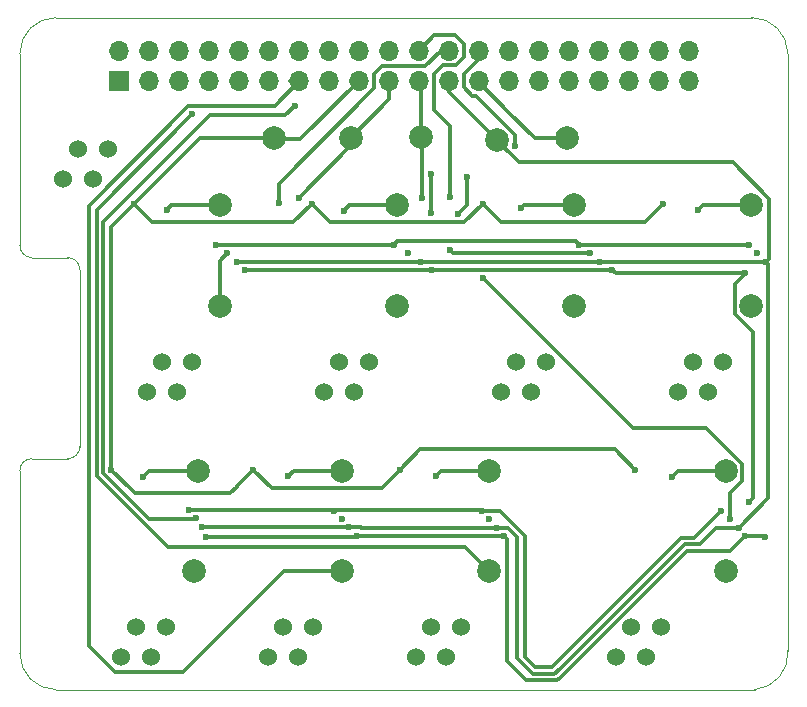
<source format=gbl>
%TF.GenerationSoftware,KiCad,Pcbnew,(5.1.10)-1*%
%TF.CreationDate,2021-10-18T20:40:58-05:00*%
%TF.ProjectId,Pt100Hat,50743130-3048-4617-942e-6b696361645f,1*%
%TF.SameCoordinates,Original*%
%TF.FileFunction,Copper,L2,Bot*%
%TF.FilePolarity,Positive*%
%FSLAX46Y46*%
G04 Gerber Fmt 4.6, Leading zero omitted, Abs format (unit mm)*
G04 Created by KiCad (PCBNEW (5.1.10)-1) date 2021-10-18 20:40:58*
%MOMM*%
%LPD*%
G01*
G04 APERTURE LIST*
%TA.AperFunction,Profile*%
%ADD10C,0.100000*%
%TD*%
%TA.AperFunction,ComponentPad*%
%ADD11C,1.524000*%
%TD*%
%TA.AperFunction,ComponentPad*%
%ADD12R,1.700000X1.700000*%
%TD*%
%TA.AperFunction,ComponentPad*%
%ADD13O,1.700000X1.700000*%
%TD*%
%TA.AperFunction,ComponentPad*%
%ADD14C,2.000000*%
%TD*%
%TA.AperFunction,ViaPad*%
%ADD15C,0.600000*%
%TD*%
%TA.AperFunction,Conductor*%
%ADD16C,0.300000*%
%TD*%
G04 APERTURE END LIST*
D10*
X104800400Y-129997200D02*
X163982400Y-129997200D01*
X163728400Y-73101200D02*
X104800400Y-73101200D01*
X166776400Y-76149200D02*
G75*
G03*
X163728400Y-73101200I-3048000J0D01*
G01*
X101752400Y-111455200D02*
X101752400Y-126949200D01*
X102768400Y-110439200D02*
X105816400Y-110439200D01*
X106832400Y-94437200D02*
X106832400Y-109423200D01*
X102768400Y-93421200D02*
X105816400Y-93421200D01*
X101752400Y-76149200D02*
X101752400Y-92405200D01*
X104800400Y-73101200D02*
G75*
G03*
X101752400Y-76149200I0J-3048000D01*
G01*
X166776400Y-126695200D02*
X166776400Y-76149200D01*
X106832400Y-94437200D02*
G75*
G03*
X105816400Y-93421200I-1016000J0D01*
G01*
X105816400Y-110439200D02*
G75*
G03*
X106832400Y-109423200I0J1016000D01*
G01*
X102768400Y-110439200D02*
G75*
G03*
X101752400Y-111455200I0J-1016000D01*
G01*
X101752400Y-92405200D02*
G75*
G03*
X102768400Y-93421200I1016000J0D01*
G01*
X101752400Y-126949200D02*
G75*
G03*
X104800400Y-129997200I3048000J0D01*
G01*
X163982400Y-129997200D02*
G75*
G03*
X166776400Y-126695200I-254000J3048000D01*
G01*
D11*
%TO.P,J4,1*%
%TO.N,Net-(J4-Pad1)*%
X112495000Y-104770000D03*
%TO.P,J4,2*%
%TO.N,Net-(C11-Pad2)*%
X113765000Y-102230000D03*
%TO.P,J4,3*%
%TO.N,Net-(C11-Pad1)*%
X115035000Y-104770000D03*
%TO.P,J4,4*%
%TO.N,Net-(J4-Pad4)*%
X116305000Y-102230000D03*
%TD*%
D12*
%TO.P,J1,1*%
%TO.N,Net-(J1-Pad1)*%
X110134000Y-78435200D03*
D13*
%TO.P,J1,2*%
%TO.N,Net-(J1-Pad2)*%
X110134000Y-75895200D03*
%TO.P,J1,3*%
%TO.N,Net-(J1-Pad3)*%
X112674000Y-78435200D03*
%TO.P,J1,4*%
%TO.N,Net-(J1-Pad4)*%
X112674000Y-75895200D03*
%TO.P,J1,5*%
%TO.N,Net-(J1-Pad5)*%
X115214000Y-78435200D03*
%TO.P,J1,6*%
%TO.N,Net-(J1-Pad6)*%
X115214000Y-75895200D03*
%TO.P,J1,7*%
%TO.N,Net-(J1-Pad7)*%
X117754000Y-78435200D03*
%TO.P,J1,8*%
%TO.N,Net-(J1-Pad8)*%
X117754000Y-75895200D03*
%TO.P,J1,9*%
%TO.N,Net-(J1-Pad9)*%
X120294000Y-78435200D03*
%TO.P,J1,10*%
%TO.N,Net-(J1-Pad10)*%
X120294000Y-75895200D03*
%TO.P,J1,11*%
%TO.N,Net-(J1-Pad11)*%
X122834000Y-78435200D03*
%TO.P,J1,12*%
%TO.N,Net-(J1-Pad12)*%
X122834000Y-75895200D03*
%TO.P,J1,13*%
%TO.N,/CS8*%
X125374000Y-78435200D03*
%TO.P,J1,14*%
%TO.N,Net-(J1-Pad14)*%
X125374000Y-75895200D03*
%TO.P,J1,15*%
%TO.N,/CS3*%
X127914000Y-78435200D03*
%TO.P,J1,16*%
%TO.N,/CS4*%
X127914000Y-75895200D03*
%TO.P,J1,17*%
%TO.N,+3V3*%
X130454000Y-78435200D03*
%TO.P,J1,18*%
%TO.N,/CS5*%
X130454000Y-75895200D03*
%TO.P,J1,19*%
%TO.N,/MOSI*%
X132994000Y-78435200D03*
%TO.P,J1,20*%
%TO.N,Net-(J1-Pad20)*%
X132994000Y-75895200D03*
%TO.P,J1,21*%
%TO.N,/MISO*%
X135534000Y-78435200D03*
%TO.P,J1,22*%
%TO.N,/CS6*%
X135534000Y-75895200D03*
%TO.P,J1,23*%
%TO.N,/SCLK*%
X138074000Y-78435200D03*
%TO.P,J1,24*%
%TO.N,/CS1*%
X138074000Y-75895200D03*
%TO.P,J1,25*%
%TO.N,GND*%
X140614000Y-78435200D03*
%TO.P,J1,26*%
%TO.N,/CS2*%
X140614000Y-75895200D03*
%TO.P,J1,27*%
%TO.N,Net-(J1-Pad27)*%
X143154000Y-78435200D03*
%TO.P,J1,28*%
%TO.N,Net-(J1-Pad28)*%
X143154000Y-75895200D03*
%TO.P,J1,29*%
%TO.N,Net-(J1-Pad29)*%
X145694000Y-78435200D03*
%TO.P,J1,30*%
%TO.N,Net-(J1-Pad30)*%
X145694000Y-75895200D03*
%TO.P,J1,31*%
%TO.N,Net-(J1-Pad31)*%
X148234000Y-78435200D03*
%TO.P,J1,32*%
%TO.N,Net-(J1-Pad32)*%
X148234000Y-75895200D03*
%TO.P,J1,33*%
%TO.N,Net-(J1-Pad33)*%
X150774000Y-78435200D03*
%TO.P,J1,34*%
%TO.N,Net-(J1-Pad34)*%
X150774000Y-75895200D03*
%TO.P,J1,35*%
%TO.N,Net-(J1-Pad35)*%
X153314000Y-78435200D03*
%TO.P,J1,36*%
%TO.N,Net-(J1-Pad36)*%
X153314000Y-75895200D03*
%TO.P,J1,37*%
%TO.N,/CS7*%
X155854000Y-78435200D03*
%TO.P,J1,38*%
%TO.N,Net-(J1-Pad38)*%
X155854000Y-75895200D03*
%TO.P,J1,39*%
%TO.N,Net-(J1-Pad39)*%
X158394000Y-78435200D03*
%TO.P,J1,40*%
%TO.N,Net-(J1-Pad40)*%
X158394000Y-75895200D03*
%TD*%
D11*
%TO.P,J2,1*%
%TO.N,Net-(J2-Pad1)*%
X109245000Y-84251800D03*
%TO.P,J2,2*%
X107975000Y-86791800D03*
%TO.P,J2,3*%
%TO.N,Net-(J2-Pad3)*%
X106705000Y-84251800D03*
%TO.P,J2,4*%
X105435000Y-86791800D03*
%TD*%
%TO.P,J3,1*%
%TO.N,Net-(J3-Pad1)*%
X110295000Y-127270000D03*
%TO.P,J3,2*%
%TO.N,Net-(C3-Pad2)*%
X111565000Y-124730000D03*
%TO.P,J3,3*%
%TO.N,Net-(C3-Pad1)*%
X112835000Y-127270000D03*
%TO.P,J3,4*%
%TO.N,Net-(J3-Pad4)*%
X114105000Y-124730000D03*
%TD*%
%TO.P,J5,4*%
%TO.N,Net-(J5-Pad4)*%
X131305000Y-102230000D03*
%TO.P,J5,3*%
%TO.N,Net-(C12-Pad1)*%
X130035000Y-104770000D03*
%TO.P,J5,2*%
%TO.N,Net-(C12-Pad2)*%
X128765000Y-102230000D03*
%TO.P,J5,1*%
%TO.N,Net-(J5-Pad1)*%
X127495000Y-104770000D03*
%TD*%
%TO.P,J6,4*%
%TO.N,Net-(J6-Pad4)*%
X126605000Y-124730000D03*
%TO.P,J6,3*%
%TO.N,Net-(C10-Pad1)*%
X125335000Y-127270000D03*
%TO.P,J6,2*%
%TO.N,Net-(C10-Pad2)*%
X124065000Y-124730000D03*
%TO.P,J6,1*%
%TO.N,Net-(J6-Pad1)*%
X122795000Y-127270000D03*
%TD*%
%TO.P,J7,4*%
%TO.N,Net-(J7-Pad4)*%
X146305000Y-102230000D03*
%TO.P,J7,3*%
%TO.N,Net-(C17-Pad1)*%
X145035000Y-104770000D03*
%TO.P,J7,2*%
%TO.N,Net-(C17-Pad2)*%
X143765000Y-102230000D03*
%TO.P,J7,1*%
%TO.N,Net-(J7-Pad1)*%
X142495000Y-104770000D03*
%TD*%
%TO.P,J8,1*%
%TO.N,Net-(J8-Pad1)*%
X157495000Y-104770000D03*
%TO.P,J8,2*%
%TO.N,Net-(C18-Pad2)*%
X158765000Y-102230000D03*
%TO.P,J8,3*%
%TO.N,Net-(C18-Pad1)*%
X160035000Y-104770000D03*
%TO.P,J8,4*%
%TO.N,Net-(J8-Pad4)*%
X161305000Y-102230000D03*
%TD*%
%TO.P,J9,1*%
%TO.N,Net-(J9-Pad1)*%
X135295000Y-127270000D03*
%TO.P,J9,2*%
%TO.N,Net-(C23-Pad2)*%
X136565000Y-124730000D03*
%TO.P,J9,3*%
%TO.N,Net-(C23-Pad1)*%
X137835000Y-127270000D03*
%TO.P,J9,4*%
%TO.N,Net-(J9-Pad4)*%
X139105000Y-124730000D03*
%TD*%
%TO.P,J10,4*%
%TO.N,Net-(J10-Pad4)*%
X156058000Y-124730000D03*
%TO.P,J10,3*%
%TO.N,Net-(C24-Pad1)*%
X154788000Y-127270000D03*
%TO.P,J10,2*%
%TO.N,Net-(C24-Pad2)*%
X153518000Y-124730000D03*
%TO.P,J10,1*%
%TO.N,Net-(J10-Pad1)*%
X152248000Y-127270000D03*
%TD*%
D14*
%TO.P,TP1,1*%
%TO.N,+3V3*%
X123266000Y-83337400D03*
%TD*%
%TO.P,TP2,1*%
%TO.N,GND*%
X148107000Y-83337400D03*
%TD*%
%TO.P,TP3,1*%
%TO.N,/MOSI*%
X129769000Y-83261200D03*
%TD*%
%TO.P,TP4,1*%
%TO.N,/SCLK*%
X142113000Y-83489800D03*
%TD*%
%TO.P,TP5,1*%
%TO.N,/MISO*%
X135738000Y-83235800D03*
%TD*%
%TO.P,TP6,1*%
%TO.N,/CS1*%
X118700000Y-97500000D03*
%TD*%
%TO.P,TP7,1*%
%TO.N,/DRDY1*%
X118700000Y-89000000D03*
%TD*%
%TO.P,TP8,1*%
%TO.N,/CS2*%
X148700000Y-97500000D03*
%TD*%
%TO.P,TP9,1*%
%TO.N,/DRDY2*%
X148700000Y-89000000D03*
%TD*%
%TO.P,TP10,1*%
%TO.N,/CS3*%
X141500000Y-120000000D03*
%TD*%
%TO.P,TP11,1*%
%TO.N,/DRDY3*%
X141500000Y-111500000D03*
%TD*%
%TO.P,TP12,1*%
%TO.N,/CS4*%
X133700000Y-97500000D03*
%TD*%
%TO.P,TP13,1*%
%TO.N,/DRDY4*%
X133700000Y-89000000D03*
%TD*%
%TO.P,TP14,1*%
%TO.N,/CS5*%
X163700000Y-97500000D03*
%TD*%
%TO.P,TP15,1*%
%TO.N,/DRDY5*%
X163700000Y-89000000D03*
%TD*%
%TO.P,TP16,1*%
%TO.N,/CS6*%
X161500000Y-120000000D03*
%TD*%
%TO.P,TP17,1*%
%TO.N,/DRDY6*%
X161500000Y-111500000D03*
%TD*%
%TO.P,TP18,1*%
%TO.N,/CS7*%
X116500000Y-120000000D03*
%TD*%
%TO.P,TP19,1*%
%TO.N,/DRDY7*%
X116814600Y-111506000D03*
%TD*%
%TO.P,TP20,1*%
%TO.N,/CS8*%
X129000000Y-120000000D03*
%TD*%
%TO.P,TP21,1*%
%TO.N,/DRDY8*%
X129000000Y-111500000D03*
%TD*%
D15*
%TO.N,+3V3*%
X156192000Y-88867500D03*
X140926000Y-88867500D03*
X126448000Y-88867500D03*
X111437000Y-88867500D03*
X109513000Y-111368000D03*
X121525000Y-111368000D03*
X133923000Y-111368000D03*
X153808000Y-111368000D03*
%TO.N,/CS8*%
X129057000Y-115545000D03*
%TO.N,/CS3*%
X116340800Y-81285900D03*
X141443000Y-115554000D03*
%TO.N,/CS4*%
X136573700Y-89675600D03*
X134645000Y-93040200D03*
X136575800Y-86360000D03*
%TO.N,/CS5*%
X164172000Y-93054000D03*
%TO.N,/MOSI*%
X164821000Y-117069000D03*
X163474000Y-114122000D03*
X125362000Y-88353900D03*
X163188000Y-116985000D03*
X142730000Y-116985000D03*
X130295000Y-116960000D03*
X151918000Y-94462000D03*
X136608000Y-94480800D03*
X120846000Y-94480800D03*
X117551200Y-117119400D03*
X163169600Y-94742000D03*
%TO.N,/MISO*%
X135763000Y-88341200D03*
X161129000Y-114850000D03*
X140903000Y-114850000D03*
X128388000Y-114850000D03*
X116118000Y-114768000D03*
X163479000Y-92350000D03*
X149128000Y-92350000D03*
X133405000Y-92350000D03*
X118394000Y-92350000D03*
%TO.N,/CS6*%
X138140200Y-88313900D03*
X140982200Y-95182200D03*
X161900000Y-115570000D03*
%TO.N,/SCLK*%
X162611000Y-116281000D03*
X142138000Y-116281000D03*
X129642000Y-116256000D03*
X117170000Y-116205000D03*
X164922000Y-93802200D03*
X150869000Y-93758000D03*
X135712000Y-93776800D03*
X120117000Y-93776800D03*
%TO.N,/CS1*%
X123662900Y-88838500D03*
X119304000Y-93065600D03*
%TO.N,/CS2*%
X143699900Y-83996700D03*
X139606800Y-86589600D03*
X138864000Y-89695400D03*
X138136200Y-92757000D03*
X149999000Y-93054000D03*
%TO.N,/CS7*%
X116684000Y-115472000D03*
X125039650Y-80564250D03*
%TO.N,/DRDY1*%
X114200000Y-89358800D03*
%TO.N,/DRDY2*%
X144221000Y-89230200D03*
%TO.N,/DRDY3*%
X137000000Y-111945000D03*
%TO.N,/DRDY4*%
X129200000Y-89449000D03*
%TO.N,/DRDY5*%
X159200000Y-89415200D03*
%TO.N,/DRDY6*%
X157000000Y-111966000D03*
%TO.N,/DRDY7*%
X112217000Y-111963000D03*
%TO.N,/DRDY8*%
X124500000Y-111949000D03*
%TD*%
D16*
%TO.N,GND*%
X140614000Y-78435200D02*
X140614000Y-78587600D01*
X145363990Y-83337400D02*
X143205095Y-81178505D01*
X148107000Y-83337400D02*
X145363990Y-83337400D01*
X143205095Y-81178505D02*
X140614000Y-78587600D01*
%TO.N,+3V3*%
X123291400Y-83337400D02*
X123291400Y-83312000D01*
X123368000Y-83388200D02*
X123342200Y-83388200D01*
X123342200Y-83388200D02*
X123291400Y-83337400D01*
X123291400Y-83337400D02*
X123266000Y-83337400D01*
X123291400Y-83312000D02*
X123444000Y-83312000D01*
X111437000Y-88867500D02*
X116992000Y-83312000D01*
X116992000Y-83312000D02*
X123291400Y-83312000D01*
X130454000Y-78435200D02*
X125501000Y-83388200D01*
X125501000Y-83388200D02*
X123368000Y-83388200D01*
X109513000Y-111368000D02*
X109513000Y-90791100D01*
X109513000Y-90791100D02*
X111437000Y-88867500D01*
X126448000Y-88867500D02*
X124912000Y-90404000D01*
X124912000Y-90404000D02*
X112973000Y-90404000D01*
X112973000Y-90404000D02*
X111437000Y-88867500D01*
X140926000Y-88867500D02*
X139390000Y-90404000D01*
X139390000Y-90404000D02*
X127985000Y-90404000D01*
X127985000Y-90404000D02*
X126448000Y-88867500D01*
X156192000Y-88867500D02*
X154655000Y-90404000D01*
X154655000Y-90404000D02*
X142463000Y-90404000D01*
X142463000Y-90404000D02*
X140926000Y-88867500D01*
X153808000Y-111368000D02*
X152104000Y-109663000D01*
X152104000Y-109663000D02*
X135627000Y-109663000D01*
X135627000Y-109663000D02*
X133923000Y-111368000D01*
X133923000Y-111368000D02*
X132386000Y-112904000D01*
X132386000Y-112904000D02*
X123062000Y-112904000D01*
X123062000Y-112904000D02*
X121525000Y-111368000D01*
X111050000Y-112904000D02*
X109513000Y-111368000D01*
X120104100Y-112788900D02*
X120104100Y-112813900D01*
X121525000Y-111368000D02*
X120104100Y-112788900D01*
X120104100Y-112813900D02*
X119557800Y-113360200D01*
X111506200Y-113360200D02*
X111050000Y-112904000D01*
X119557800Y-113360200D02*
X111506200Y-113360200D01*
%TO.N,/CS8*%
X124663200Y-78435200D02*
X125374400Y-78435200D01*
X123321600Y-80564200D02*
X125399800Y-78486000D01*
X116020578Y-80564200D02*
X123321600Y-80564200D01*
X107572300Y-89012478D02*
X116020578Y-80564200D01*
X107572300Y-126277600D02*
X107572300Y-89012478D01*
X109781200Y-128486500D02*
X107572300Y-126277600D01*
X115597700Y-128486500D02*
X109781200Y-128486500D01*
X124084200Y-120000000D02*
X115597700Y-128486500D01*
X129000000Y-120000000D02*
X124084200Y-120000000D01*
%TO.N,/CS3*%
X116340800Y-81285900D02*
X108247900Y-89378800D01*
X108247900Y-89378800D02*
X108247900Y-111896500D01*
X108247900Y-111896500D02*
X114270100Y-117918700D01*
X114270100Y-117918700D02*
X139418700Y-117918700D01*
X139418700Y-117918700D02*
X141500000Y-120000000D01*
%TO.N,/CS4*%
X136573700Y-86362100D02*
X136575800Y-86360000D01*
X136573700Y-89675600D02*
X136573700Y-86362100D01*
%TO.N,/MOSI*%
X133019500Y-78613000D02*
X132994000Y-78587500D01*
X132994000Y-78587500D02*
X132994000Y-78435200D01*
X133019500Y-78613000D02*
X133045000Y-78587600D01*
X129769000Y-83261200D02*
X132994000Y-80035400D01*
X132994000Y-80035400D02*
X132994000Y-78638400D01*
X132994000Y-78638400D02*
X133019500Y-78613000D01*
X129756000Y-83324700D02*
X129769000Y-83311700D01*
X129769000Y-83311700D02*
X129769000Y-83261200D01*
X129756000Y-83324700D02*
X129769000Y-83312000D01*
X125362000Y-88353900D02*
X129743000Y-83972400D01*
X129743000Y-83972400D02*
X129743000Y-83337400D01*
X129743000Y-83337400D02*
X129756000Y-83324700D01*
X147354000Y-129125000D02*
X147321000Y-129125000D01*
X147321000Y-129125000D02*
X147241000Y-129205000D01*
X147241000Y-129205000D02*
X144648000Y-129205000D01*
X144648000Y-129205000D02*
X143030000Y-127587000D01*
X143030000Y-127587000D02*
X143030000Y-117285000D01*
X143030000Y-117285000D02*
X142730000Y-116985000D01*
X147397000Y-129125000D02*
X147354000Y-129125000D01*
X163188000Y-116985000D02*
X161919000Y-118254000D01*
X161919000Y-118254000D02*
X158267000Y-118254000D01*
X158267000Y-118254000D02*
X147397000Y-129125000D01*
X147397000Y-129125000D02*
X147354000Y-129125000D01*
X147354000Y-129125000D02*
X147274000Y-129205000D01*
X163188000Y-116985000D02*
X164737000Y-116985000D01*
X164737000Y-116985000D02*
X164821000Y-117069000D01*
X142730000Y-116985000D02*
X130320000Y-116985000D01*
X130320000Y-116985000D02*
X130295000Y-116960000D01*
X152198000Y-94742000D02*
X151918000Y-94462000D01*
X151918000Y-94462000D02*
X136627000Y-94462000D01*
X136627000Y-94462000D02*
X136608000Y-94480800D01*
X136608000Y-94480800D02*
X120846000Y-94480800D01*
X130135600Y-117119400D02*
X130295000Y-116960000D01*
X117551200Y-117119400D02*
X130135600Y-117119400D01*
X162299999Y-95662401D02*
X163220400Y-94742000D01*
X162299999Y-98172001D02*
X162299999Y-95662401D01*
X163855001Y-99727003D02*
X162299999Y-98172001D01*
X163855001Y-113740999D02*
X163855001Y-99727003D01*
X163474000Y-114122000D02*
X163855001Y-113740999D01*
X163220400Y-94742000D02*
X163169600Y-94742000D01*
X163169600Y-94742000D02*
X152198000Y-94742000D01*
%TO.N,/MISO*%
X135661500Y-78486000D02*
X135584800Y-78486000D01*
X135584800Y-78486000D02*
X135534000Y-78435200D01*
X135661500Y-78486000D02*
X135585000Y-78409800D01*
X135738000Y-83235800D02*
X135738000Y-78562200D01*
X135738000Y-78562200D02*
X135661500Y-78486000D01*
X135738000Y-83388200D02*
X135738000Y-83235800D01*
X135763000Y-88341200D02*
X135763000Y-83413600D01*
X135763000Y-83413600D02*
X135738000Y-83388200D01*
X161129000Y-114850000D02*
X158832000Y-117146000D01*
X158832000Y-117146000D02*
X157732000Y-117146000D01*
X157732000Y-117146000D02*
X146782000Y-128097000D01*
X146782000Y-128097000D02*
X145394000Y-128097000D01*
X145394000Y-128097000D02*
X144556000Y-127259000D01*
X144556000Y-127259000D02*
X144556000Y-116986000D01*
X144556000Y-116986000D02*
X142420000Y-114850000D01*
X142420000Y-114850000D02*
X140903000Y-114850000D01*
X140903000Y-114850000D02*
X140886000Y-114833000D01*
X140886000Y-114833000D02*
X128405000Y-114833000D01*
X128405000Y-114833000D02*
X128388000Y-114850000D01*
X116118000Y-114768000D02*
X128306000Y-114768000D01*
X128306000Y-114768000D02*
X128388000Y-114850000D01*
X149128000Y-92350000D02*
X163479000Y-92350000D01*
X133405000Y-92350000D02*
X133705000Y-92050000D01*
X133705000Y-92050000D02*
X148828000Y-92050000D01*
X148828000Y-92050000D02*
X149128000Y-92350000D01*
X118394000Y-92350000D02*
X133405000Y-92350000D01*
%TO.N,/CS6*%
X138140200Y-88313900D02*
X138140200Y-82240900D01*
X138140200Y-82240900D02*
X136819600Y-80920300D01*
X136819600Y-80920300D02*
X136819600Y-77908900D01*
X136819600Y-77908900D02*
X137578900Y-77149600D01*
X137578900Y-77149600D02*
X138650300Y-77149600D01*
X138650300Y-77149600D02*
X139344000Y-76455900D01*
X139344000Y-76455900D02*
X139344000Y-75353200D01*
X139344000Y-75353200D02*
X138575400Y-74584600D01*
X138575400Y-74584600D02*
X136844600Y-74584600D01*
X136844600Y-74584600D02*
X135534000Y-75895200D01*
X161900000Y-115570000D02*
X161900000Y-113360600D01*
X161900000Y-113360600D02*
X162909600Y-112351000D01*
X162909600Y-112351000D02*
X162909600Y-110899200D01*
X162909600Y-110899200D02*
X159870300Y-107859900D01*
X159870300Y-107859900D02*
X153659900Y-107859900D01*
X153659900Y-107859900D02*
X140982200Y-95182200D01*
%TO.N,/SCLK*%
X138049000Y-78955900D02*
X138074000Y-78930900D01*
X138074000Y-78930900D02*
X138074000Y-78435200D01*
X138049000Y-78955900D02*
X138049000Y-78486000D01*
X142113000Y-83489800D02*
X138049000Y-79425800D01*
X138049000Y-79425800D02*
X138049000Y-78955900D01*
X143065500Y-84391500D02*
X143014700Y-84391500D01*
X143014700Y-84391500D02*
X142113000Y-83489800D01*
X143065500Y-84391500D02*
X142088000Y-83413600D01*
X164922000Y-93802200D02*
X165222000Y-93502200D01*
X165222000Y-93502200D02*
X165222000Y-88444300D01*
X165222000Y-88444300D02*
X162147000Y-85369400D01*
X162147000Y-85369400D02*
X144043000Y-85369400D01*
X144043000Y-85369400D02*
X143065500Y-84391500D01*
X147369000Y-128370000D02*
X147168000Y-128571000D01*
X147369000Y-128370000D02*
X147293000Y-128370000D01*
X147293000Y-128370000D02*
X147011000Y-128651000D01*
X147011000Y-128651000D02*
X145165000Y-128651000D01*
X145165000Y-128651000D02*
X143840000Y-127326000D01*
X143840000Y-127326000D02*
X143840000Y-117054000D01*
X143840000Y-117054000D02*
X143068000Y-116281000D01*
X143068000Y-116281000D02*
X142138000Y-116281000D01*
X162611000Y-116281000D02*
X160731000Y-116281000D01*
X160731000Y-116281000D02*
X159312000Y-117700000D01*
X159312000Y-117700000D02*
X158038000Y-117700000D01*
X158038000Y-117700000D02*
X147369000Y-128370000D01*
X117170000Y-116205000D02*
X128676000Y-116205000D01*
X128676000Y-116205000D02*
X128727000Y-116256000D01*
X128727000Y-116256000D02*
X129642000Y-116256000D01*
X142138000Y-116281000D02*
X130658000Y-116281000D01*
X130658000Y-116281000D02*
X130633000Y-116256000D01*
X130633000Y-116256000D02*
X129642000Y-116256000D01*
X150869000Y-93758000D02*
X164878000Y-93758000D01*
X164878000Y-93758000D02*
X164922000Y-93802200D01*
X135712000Y-93776800D02*
X135731000Y-93758000D01*
X135731000Y-93758000D02*
X150869000Y-93758000D01*
X120117000Y-93776800D02*
X135712000Y-93776800D01*
X165100001Y-113791999D02*
X165074600Y-113817400D01*
X165100001Y-93980201D02*
X165100001Y-113791999D01*
X164922000Y-93802200D02*
X165100001Y-93980201D01*
X165074600Y-113817400D02*
X162611000Y-116281000D01*
%TO.N,/CS1*%
X118700000Y-97500000D02*
X118700000Y-93669400D01*
X118700000Y-93669400D02*
X119304000Y-93065600D01*
X123662900Y-87162600D02*
X123662900Y-88838500D01*
X131724000Y-79101500D02*
X123662900Y-87162600D01*
X131724000Y-77874500D02*
X131724000Y-79101500D01*
X132417700Y-77180800D02*
X131724000Y-77874500D01*
X136099000Y-77180800D02*
X132417700Y-77180800D01*
X137384600Y-75895200D02*
X136099000Y-77180800D01*
X138074000Y-75895200D02*
X137384600Y-75895200D01*
%TO.N,/CS2*%
X149999000Y-93054000D02*
X149998600Y-93054400D01*
X149998600Y-93054400D02*
X138433600Y-93054400D01*
X138433600Y-93054400D02*
X138136200Y-92757000D01*
X139606800Y-86589600D02*
X139606800Y-88952600D01*
X139606800Y-88952600D02*
X138864000Y-89695400D01*
X143699900Y-83044000D02*
X143699900Y-83996700D01*
X140055400Y-79730800D02*
X140386700Y-79730800D01*
X139328400Y-79003800D02*
X140055400Y-79730800D01*
X139328400Y-77915300D02*
X139328400Y-79003800D01*
X140386700Y-79730800D02*
X143699900Y-83044000D01*
X140614000Y-76629700D02*
X139328400Y-77915300D01*
X140614000Y-75895200D02*
X140614000Y-76629700D01*
%TO.N,/CS7*%
X116684000Y-115472000D02*
X116625900Y-115530100D01*
X116625900Y-115530100D02*
X112665300Y-115530100D01*
X112665300Y-115530100D02*
X108802200Y-111667000D01*
X108802200Y-111667000D02*
X108802200Y-90442900D01*
X108802200Y-90442900D02*
X117866400Y-81378700D01*
X117866400Y-81378700D02*
X124225200Y-81378700D01*
X124225200Y-81378700D02*
X125039650Y-80564250D01*
%TO.N,/DRDY1*%
X118700000Y-89000000D02*
X114559000Y-89000000D01*
X114559000Y-89000000D02*
X114200000Y-89358800D01*
%TO.N,/DRDY2*%
X148700000Y-89000000D02*
X144451000Y-89000000D01*
X144451000Y-89000000D02*
X144221000Y-89230200D01*
%TO.N,/DRDY3*%
X141500000Y-111500000D02*
X137445000Y-111500000D01*
X137445000Y-111500000D02*
X137000000Y-111945000D01*
%TO.N,/DRDY4*%
X133700000Y-89000000D02*
X129649000Y-89000000D01*
X129649000Y-89000000D02*
X129200000Y-89449000D01*
%TO.N,/DRDY5*%
X163700000Y-89000000D02*
X159615000Y-89000000D01*
X159615000Y-89000000D02*
X159200000Y-89415200D01*
%TO.N,/DRDY6*%
X161500000Y-111500000D02*
X157466000Y-111500000D01*
X157466000Y-111500000D02*
X157000000Y-111966000D01*
%TO.N,/DRDY7*%
X116500000Y-111500000D02*
X112680000Y-111500000D01*
X112680000Y-111500000D02*
X112217000Y-111963000D01*
%TO.N,/DRDY8*%
X129000000Y-111500000D02*
X124949000Y-111500000D01*
X124949000Y-111500000D02*
X124500000Y-111949000D01*
%TD*%
M02*

</source>
